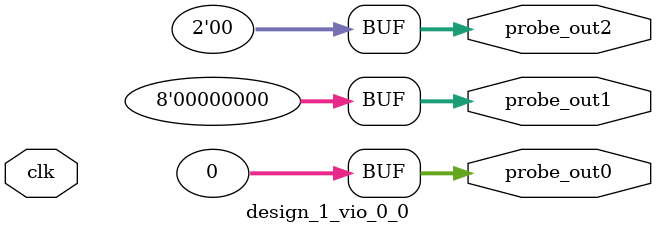
<source format=v>
`timescale 1ns / 1ps
module design_1_vio_0_0 (
clk,

probe_out0,
probe_out1,
probe_out2
);

input clk;

output reg [31 : 0] probe_out0 = 'h00000000 ;
output reg [7 : 0] probe_out1 = 'h00 ;
output reg [1 : 0] probe_out2 = 'h0 ;


endmodule

</source>
